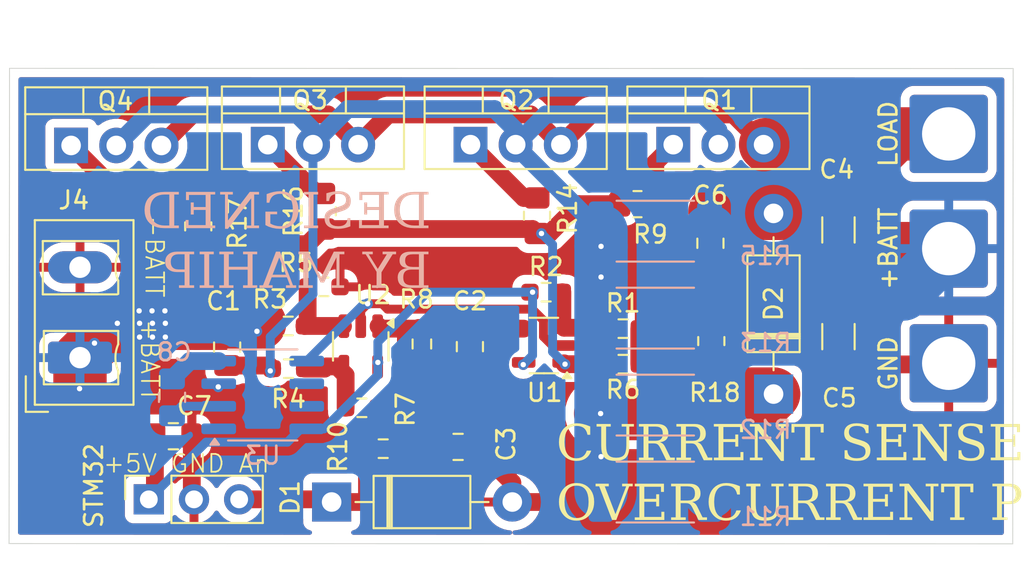
<source format=kicad_pcb>
(kicad_pcb (version 20240108) (generator "pcbnew") (generator_version "8.0")
  (layers (0 "F.Cu" signal) (31 "B.Cu" signal) (34 "B.Paste" user) (35 "F.Paste" user) (36 "B.SilkS" user "B.Silkscreen") (37 "F.SilkS" user "F.Silkscreen") (38 "B.Mask" user) (39 "F.Mask" user) (44 "Edge.Cuts" user))
  (net 0 "")
  (net 1 "+12.6V")
  (net 2 "/shunt1-")
  (net 3 "GND")
  (net 4 "/inv1")
  (net 5 "A_i1")
  (net 6 "Net-(D2-A)")
  (net 7 "Net-(C6-Pad1)")
  (net 8 "+5V")
  (net 9 "Net-(Q1-G)")
  (net 10 "Net-(Q2-G)")
  (net 11 "Net-(Q3-G)")
  (net 12 "Net-(Q4-G)")
  (net 13 "Net-(U1-+)")
  (net 14 "Net-(U2-+)")
  (net 15 "Net-(U2--)")
  (net 16 "Net-(R14-Pad1)")
  (net 17 "-5_1V")
  (net 18 "Net-(U3-CAP+)")
  (net 19 "Net-(U3-CAP-)")
  (footprint "Diode_THT:D_DO-41_SOD81_P10.16mm_Horizontal" (layer "F.Cu") (at 195.05 81.58 90)
    (property "Reference" "D2" (at 5.08 0 90) (layer "F.SilkS"))
    (property "Value" "1N4007")
    (fp_line (start 7.8 -1.47) (end 2.36 -1.47) (stroke (width 0.12)) (layer "F.SilkS"))
    (fp_line (start 3.38 -1.47) (end 3.38 1.47) (stroke (width 0.12)) (layer "F.SilkS"))
    (fp_line (start 3.26 -1.47) (end 3.26 1.47) (stroke (width 0.12)) (layer "F.SilkS"))
    (fp_line (start 3.14 -1.47) (end 3.14 1.47) (stroke (width 0.12)) (layer "F.SilkS"))
    (fp_line (start 2.36 -1.47) (end 2.36 1.47) (stroke (width 0.12)) (layer "F.SilkS"))
    (fp_line (start 8.82 0) (end 7.8 0) (stroke (width 0.12)) (layer "F.SilkS"))
    (fp_line (start 1.34 0) (end 2.36 0) (stroke (width 0.12)) (layer "F.SilkS"))
    (fp_line (start 7.8 1.47) (end 7.8 -1.47) (stroke (width 0.12)) (layer "F.SilkS"))
    (fp_line (start 2.36 1.47) (end 7.8 1.47) (stroke (width 0.12)) (layer "F.SilkS"))
    (pad "1" thru_hole rect (at 0 0 90) (size 2.2 2.2) (drill 1.1) (layers "*.Cu" "*.Mask") (net 2 "/shunt1-"))
    (pad "2" thru_hole oval (at 10.16 0 90) (size 2.2 2.2) (drill 1.1) (layers "*.Cu" "*.Mask") (net 6 "Net-(D2-A)"))
  )
  (footprint "Resistor_SMD:R_0603_1608Metric_Pad0.98x0.95mm_HandSolder" (layer "F.Cu") (at 186.5875 79.9 180)
    (property "Reference" "R6" (at 0 -1.43 0) (layer "F.SilkS"))
    (property "Value" "1k")
    (fp_line (start -0.254724 0.5225) (end 0.254724 0.5225) (stroke (width 0.12)) (layer "F.SilkS"))
    (fp_line (start -0.254724 -0.5225) (end 0.254724 -0.5225) (stroke (width 0.12)) (layer "F.SilkS"))
    (pad "1" smd roundrect (at -0.9125 0 180) (size 0.975 0.95) (layers "F.Cu" "F.Paste" "F.Mask") (net 3 "GND"))
    (pad "2" smd roundrect (at 0.9125 0 180) (size 0.975 0.95) (layers "F.Cu" "F.Paste" "F.Mask") (net 16 "Net-(R14-Pad1)"))
  )
  (footprint "Resistor_SMD:R_0603_1608Metric_Pad0.98x0.95mm_HandSolder" (layer "F.Cu") (at 186.5875 77.9)
    (property "Reference" "R1" (at 0 -1.43 0) (layer "F.SilkS"))
    (property "Value" "7.5k")
    (fp_line (start -0.254724 -0.5225) (end 0.254724 -0.5225) (stroke (width 0.12)) (layer "F.SilkS"))
    (fp_line (start -0.254724 0.5225) (end 0.254724 0.5225) (stroke (width 0.12)) (layer "F.SilkS"))
    (pad "1" smd roundrect (at -0.9125 0) (size 0.975 0.95) (layers "F.Cu" "F.Paste" "F.Mask") (net 13 "Net-(U1-+)"))
    (pad "2" smd roundrect (at 0.9125 0) (size 0.975 0.95) (layers "F.Cu" "F.Paste" "F.Mask") (net 3 "GND"))
  )
  (footprint "Capacitor_SMD:C_1206_3216Metric_Pad1.33x1.80mm_HandSolder" (layer "F.Cu") (at 198.7 78.35 -90)
    (property "Reference" "C5" (at 3.45 -0.05 180) (layer "F.SilkS"))
    (property "Value" "10u")
    (fp_line (start -0.711252 0.91) (end 0.711252 0.91) (stroke (width 0.12)) (layer "F.SilkS"))
    (fp_line (start -0.711252 -0.91) (end 0.711252 -0.91) (stroke (width 0.12)) (layer "F.SilkS"))
    (pad "1" smd roundrect (at -1.5625 0 270) (size 1.325 1.8) (layers "F.Cu" "F.Paste" "F.Mask") (roundrect_rratio 0.188679) (net 1 "+12.6V"))
    (pad "2" smd roundrect (at 1.5625 0 270) (size 1.325 1.8) (layers "F.Cu" "F.Paste" "F.Mask") (roundrect_rratio 0.188679) (net 3 "GND"))
  )
  (footprint "Resistor_SMD:R_0805_2012Metric_Pad1.20x1.40mm_HandSolder" (layer "F.Cu") (at 191.55 78.6 90)
    (property "Reference" "R18" (at -2.9 0.2 180) (layer "F.SilkS"))
    (property "Value" "100")
    (fp_line (start -0.227064 -0.735) (end 0.227064 -0.735) (stroke (width 0.12)) (layer "F.SilkS"))
    (fp_line (start -0.227064 0.735) (end 0.227064 0.735) (stroke (width 0.12)) (layer "F.SilkS"))
    (pad "1" smd roundrect (at -1 0 90) (size 1.2 1.4) (layers "F.Cu" "F.Paste" "F.Mask") (roundrect_rratio 0.208333) (net 2 "/shunt1-"))
    (pad "2" smd roundrect (at 1 0 90) (size 1.2 1.4) (layers "F.Cu" "F.Paste" "F.Mask") (roundrect_rratio 0.208333) (net 7 "Net-(C6-Pad1)"))
  )
  (footprint "Capacitor_SMD:C_0805_2012Metric_Pad1.18x1.45mm_HandSolder" (layer "F.Cu") (at 164.325 78.9375 -90)
    (property "Reference" "C1" (at -2.5875 0.2 180) (layer "F.SilkS"))
    (property "Value" "100n")
    (fp_line (start -0.261252 0.735) (end 0.261252 0.735) (stroke (width 0.12)) (layer "F.SilkS"))
    (fp_line (start -0.261252 -0.735) (end 0.261252 -0.735) (stroke (width 0.12)) (layer "F.SilkS"))
    (pad "1" smd roundrect (at -1.0375 0 270) (size 1.175 1.45) (layers "F.Cu" "F.Paste" "F.Mask") (roundrect_rratio 0.212766) (net 1 "+12.6V"))
    (pad "2" smd roundrect (at 1.0375 0 270) (size 1.175 1.45) (layers "F.Cu" "F.Paste" "F.Mask") (roundrect_rratio 0.212766) (net 2 "/shunt1-"))
  )
  (footprint "Package_TO_SOT_THT:TO-220-3_Vertical" (layer "F.Cu") (at 166.61 67.555)
    (property "Reference" "Q3" (at 2.38 -2.5 0) (layer "F.SilkS"))
    (property "Value" "IRLZ44N")
    (fp_line (start -2.58 -3.27) (end -2.58 1.371) (stroke (width 0.12)) (layer "F.SilkS"))
    (fp_line (start -2.58 -3.27) (end 7.66 -3.27) (stroke (width 0.12)) (layer "F.SilkS"))
    (fp_line (start -2.58 -1.76) (end 7.66 -1.76) (stroke (width 0.12)) (layer "F.SilkS"))
    (fp_line (start -2.58 1.371) (end 7.66 1.371) (stroke (width 0.12)) (layer "F.SilkS"))
    (fp_line (start 0.69 -3.27) (end 0.69 -1.76) (stroke (width 0.12)) (layer "F.SilkS"))
    (fp_line (start 4.391 -3.27) (end 4.391 -1.76) (stroke (width 0.12)) (layer "F.SilkS"))
    (fp_line (start 7.66 -3.27) (end 7.66 1.371) (stroke (width 0.12)) (layer "F.SilkS"))
    (pad "1" thru_hole rect (at 0 0) (size 1.905 2) (drill 1.1) (layers "*.Cu" "*.Mask") (net 11 "Net-(Q3-G)"))
    (pad "2" thru_hole oval (at 2.54 0) (size 1.905 2) (drill 1.1) (layers "*.Cu" "*.Mask") (net 2 "/shunt1-"))
    (pad "3" thru_hole oval (at 5.08 0) (size 1.905 2) (drill 1.1) (layers "*.Cu" "*.Mask") (net 6 "Net-(D2-A)"))
  )
  (footprint "Connector_Wire:SolderWire-2.5sqmm_1x01_D2.4mm_OD4.4mm" (layer "F.Cu") (at 204.9 66.95 90)
    (property "Reference" "LOAD" (at 0 -3.4 90) (layer "F.SilkS"))
    (property "Value" "Conn_01x01_Socket")
    (pad "1" thru_hole roundrect (at 0 0 90) (size 4.4 4.4) (drill 3) (layers "*.Cu" "*.Mask") (roundrect_rratio 0.056818) (net 6 "Net-(D2-A)"))
  )
  (footprint "Resistor_SMD:R_0603_1608Metric_Pad0.98x0.95mm_HandSolder" (layer "F.Cu") (at 173.1 84.65)
    (property "Reference" "R10" (at -2.55 -0.1 90) (layer "F.SilkS"))
    (property "Value" "1k")
    (fp_line (start -0.254724 -0.5225) (end 0.254724 -0.5225) (stroke (width 0.12)) (layer "F.SilkS"))
    (fp_line (start -0.254724 0.5225) (end 0.254724 0.5225) (stroke (width 0.12)) (layer "F.SilkS"))
    (pad "1" smd roundrect (at -0.9125 0) (size 0.975 0.95) (layers "F.Cu" "F.Paste" "F.Mask") (net 5 "A_i1"))
    (pad "2" smd roundrect (at 0.9125 0) (size 0.975 0.95) (layers "F.Cu" "F.Paste" "F.Mask") (net 4 "/inv1"))
  )
  (footprint "Resistor_SMD:R_0603_1608Metric_Pad0.98x0.95mm_HandSolder" (layer "F.Cu") (at 167.775 80.15)
    (property "Reference" "R4" (at 0 1.7 0) (layer "F.SilkS"))
    (property "Value" "1k")
    (fp_line (start -0.254724 -0.5225) (end 0.254724 -0.5225) (stroke (width 0.12)) (layer "F.SilkS"))
    (fp_line (start -0.254724 0.5225) (end 0.254724 0.5225) (stroke (width 0.12)) (layer "F.SilkS"))
    (pad "1" smd roundrect (at -0.9125 0) (size 0.975 0.95) (layers "F.Cu" "F.Paste" "F.Mask") (net 2 "/shunt1-"))
    (pad "2" smd roundrect (at 0.9125 0) (size 0.975 0.95) (layers "F.Cu" "F.Paste" "F.Mask") (net 15 "Net-(U2--)"))
  )
  (footprint "Diode_THT:D_DO-41_SOD81_P10.16mm_Horizontal" (layer "F.Cu") (at 170.2 87.65)
    (property "Reference" "D1" (at -2.325 -0.25 90) (layer "F.SilkS"))
    (property "Value" "1N4007")
    (fp_line (start 1.34 0) (end 2.36 0) (stroke (width 0.12)) (layer "F.SilkS"))
    (fp_line (start 2.36 -1.47) (end 2.36 1.47) (stroke (width 0.12)) (layer "F.SilkS"))
    (fp_line (start 2.36 1.47) (end 7.8 1.47) (stroke (width 0.12)) (layer "F.SilkS"))
    (fp_line (start 3.14 -1.47) (end 3.14 1.47) (stroke (width 0.12)) (layer "F.SilkS"))
    (fp_line (start 3.26 -1.47) (end 3.26 1.47) (stroke (width 0.12)) (layer "F.SilkS"))
    (fp_line (start 3.38 -1.47) (end 3.38 1.47) (stroke (width 0.12)) (layer "F.SilkS"))
    (fp_line (start 7.8 -1.47) (end 2.36 -1.47) (stroke (width 0.12)) (layer "F.SilkS"))
    (fp_line (start 7.8 1.47) (end 7.8 -1.47) (stroke (width 0.12)) (layer "F.SilkS"))
    (fp_line (start 8.82 0) (end 7.8 0) (stroke (width 0.12)) (layer "F.SilkS"))
    (pad "1" thru_hole rect (at 0 0) (size 2.2 2.2) (drill 1.1) (layers "*.Cu" "*.Mask") (net 5 "A_i1"))
    (pad "2" thru_hole oval (at 10.16 0) (size 2.2 2.2) (drill 1.1) (layers "*.Cu" "*.Mask") (net 3 "GND"))
  )
  (footprint "Resistor_SMD:R_0603_1608Metric_Pad0.98x0.95mm_HandSolder" (layer "F.Cu") (at 169.7625 75.55)
    (property "Reference" "R5" (at -1.5625 -1.35 0) (layer "F.SilkS"))
    (property "Value" "10k")
    (fp_line (start -0.254724 -0.5225) (end 0.254724 -0.5225) (stroke (width 0.12)) (layer "F.SilkS"))
    (fp_line (start -0.254724 0.5225) (end 0.254724 0.5225) (stroke (width 0.12)) (layer "F.SilkS"))
    (pad "1" smd roundrect (at -0.9125 0) (size 0.975 0.95) (layers "F.Cu" "F.Paste" "F.Mask") (net 14 "Net-(U2-+)"))
    (pad "2" smd roundrect (at 0.9125 0) (size 0.975 0.95) (layers "F.Cu" "F.Paste" "F.Mask") (net 3 "GND"))
  )
  (footprint "Capacitor_SMD:C_0805_2012Metric_Pad1.18x1.45mm_HandSolder" (layer "F.Cu") (at 191.5 73.1 90)
    (property "Reference" "C6" (at 2.7 0 180) (layer "F.SilkS"))
    (property "Value" "1u")
    (fp_line (start -0.261252 -0.735) (end 0.261252 -0.735) (stroke (width 0.12)) (layer "F.SilkS"))
    (fp_line (start -0.261252 0.735) (end 0.261252 0.735) (stroke (width 0.12)) (layer "F.SilkS"))
    (pad "1" smd roundrect (at -1.0375 0 90) (size 1.175 1.45) (layers "F.Cu" "F.Paste" "F.Mask") (roundrect_rratio 0.212766) (net 7 "Net-(C6-Pad1)"))
    (pad "2" smd roundrect (at 1.0375 0 90) (size 1.175 1.45) (layers "F.Cu" "F.Paste" "F.Mask") (roundrect_rratio 0.212766) (net 6 "Net-(D2-A)"))
  )
  (footprint "Package_TO_SOT_THT:TO-220-3_Vertical" (layer "F.Cu") (at 189.41 67.555)
    (property "Reference" "Q1" (at 2.58 -2.5 0) (layer "F.SilkS"))
    (property "Value" "IRLZ44N")
    (fp_line (start -2.58 -3.27) (end -2.58 1.371) (stroke (width 0.12)) (layer "F.SilkS"))
    (fp_line (start -2.58 -3.27) (end 7.66 -3.27) (stroke (width 0.12)) (layer "F.SilkS"))
    (fp_line (start -2.58 -1.76) (end 7.66 -1.76) (stroke (width 0.12)) (layer "F.SilkS"))
    (fp_line (start -2.58 1.371) (end 7.66 1.371) (stroke (width 0.12)) (layer "F.SilkS"))
    (fp_line (start 0.69 -3.27) (end 0.69 -1.76) (stroke (width 0.12)) (layer "F.SilkS"))
    (fp_line (start 4.391 -3.27) (end 4.391 -1.76) (stroke (width 0.12)) (layer "F.SilkS"))
    (fp_line (start 7.66 -3.27) (end 7.66 1.371) (stroke (width 0.12)) (layer "F.SilkS"))
    (pad "1" thru_hole rect (at 0 0) (size 1.905 2) (drill 1.1) (layers "*.Cu" "*.Mask") (net 9 "Net-(Q1-G)"))
    (pad "2" thru_hole oval (at 2.54 0) (size 1.905 2) (drill 1.1) (layers "*.Cu" "*.Mask") (net 2 "/shunt1-"))
    (pad "3" thru_hole oval (at 5.08 0) (size 1.905 2) (drill 1.1) (layers "*.Cu" "*.Mask") (net 6 "Net-(D2-A)"))
  )
  (footprint "Resistor_SMD:R_0805_2012Metric_Pad1.20x1.40mm_HandSolder" (layer "F.Cu") (at 169.7 71.3 90)
    (property "Reference" "R16" (at 0 -1.65 90) (layer "F.SilkS"))
    (property "Value" "10")
    (fp_line (start -0.227064 -0.735) (end 0.227064 -0.735) (stroke (width 0.12)) (layer "F.SilkS"))
    (fp_line (start -0.227064 0.735) (end 0.227064 0.735) (stroke (width 0.12)) (layer "F.SilkS"))
    (pad "1" smd roundrect (at -1 0 90) (size 1.2 1.4) (layers "F.Cu" "F.Paste" "F.Mask") (roundrect_rratio 0.208333) (net 16 "Net-(R14-Pad1)"))
    (pad "2" smd roundrect (at 1 0 90) (size 1.2 1.4) (layers "F.Cu" "F.Paste" "F.Mask") (roundrect_rratio 0.208333) (net 11 "Net-(Q3-G)"))
  )
  (footprint "Package_TO_SOT_THT:TO-220-3_Vertical" (layer "F.Cu") (at 178.01 67.555)
    (property "Reference" "Q2" (at 2.58 -2.5 0) (layer "F.SilkS"))
    (property "Value" "IRLZ44N")
    (fp_line (start -2.58 -3.27) (end -2.58 1.371) (stroke (width 0.12)) (layer "F.SilkS"))
    (fp_line (start -2.58 -3.27) (end 7.66 -3.27) (stroke (width 0.12)) (layer "F.SilkS"))
    (fp_line (start -2.58 -1.76) (end 7.66 -1.76) (stroke (width 0.12)) (layer "F.SilkS"))
    (fp_line (start -2.58 1.371) (end 7.66 1.371) (stroke (width 0.12)) (layer "F.SilkS"))
    (fp_line (start 0.69 -3.27) (end 0.69 -1.76) (stroke (width 0.12)) (layer "F.SilkS"))
    (fp_line (start 4.391 -3.27) (end 4.391 -1.76) (stroke (width 0.12)) (layer "F.SilkS"))
    (fp_line (start 7.66 -3.27) (end 7.66 1.371) (stroke (width 0.12)) (layer "F.SilkS"))
    (pad "1" thru_hole rect (at 0 0) (size 1.905 2) (drill 1.1) (layers "*.Cu" "*.Mask") (net 10 "Net-(Q2-G)"))
    (pad "2" thru_hole oval (at 2.54 0) (size 1.905 2) (drill 1.1) (layers "*.Cu" "*.Mask") (net 2 "/shunt1-"))
    (pad "3" thru_hole oval (at 5.08 0) (size 1.905 2) (drill 1.1) (layers "*.Cu" "*.Mask") (net 6 "Net-(D2-A)"))
  )
  (footprint "Package_TO_SOT_SMD:SOT-23-5" (layer "F.Cu") (at 182.1375 78.85 180)
    (property "Reference" "U1" (at -0.0375 -2.65 0) (layer "F.SilkS"))
    (property "Value" "OPA333xxDBV")
    (fp_line (start 0 1.56) (end 0.8 1.56) (stroke (width 0.12)) (layer "F.SilkS"))
    (fp_line (start 0 1.56) (end -0.8 1.56) (stroke (width 0.12)) (layer "F.SilkS"))
    (fp_line (start 0 -1.56) (end 0.8 -1.56) (stroke (width 0.12)) (layer "F.SilkS"))
    (fp_line (start 0 -1.56) (end -0.8 -1.56) (stroke (width 0.12)) (layer "F.SilkS"))
    (fp_poly (pts (xy -1.3 -1.51) (xy -1.54 -1.84) (xy -1.06 -1.84) (xy -1.3 -1.51)) (stroke (width 0.12)) (fill solid) (layer "F.SilkS"))
    (pad "1" smd roundrect (at -1.1375 -0.95 180) (size 1.325 0.6) (layers "F.Cu" "F.Paste" "F.Mask") (net 16 "Net-(R14-Pad1)"))
    (pad "2" smd roundrect (at -1.1375 0 180) (size 1.325 0.6) (layers "F.Cu" "F.Paste" "F.Mask") (net 17 "-5_1V"))
    (pad "3" smd roundrect (at -1.1375 0.95 180) (size 1.325 0.6) (layers "F.Cu" "F.Paste" "F.Mask") (net 13 "Net-(U1-+)"))
    (pad "4" smd roundrect (at 1.1375 0.95 180) (size 1.325 0.6) (layers "F.Cu" "F.Paste" "F.Mask") (net 4 "/inv1"))
    (pad "5" smd roundrect (at 1.1375 -0.95 180) (size 1.325 0.6) (layers "F.Cu" "F.Paste" "F.Mask") (net 8 "+5V"))
  )
  (footprint "Package_TO_SOT_THT:TO-220-3_Vertical" (layer "F.Cu") (at 155.55 67.6)
    (property "Reference" "Q4" (at 2.49 -2.495 0) (layer "F.SilkS"))
    (property "Value" "IRLZ44N")
    (fp_line (start -2.58 -3.27) (end -2.58 1.371) (stroke (width 0.12)) (layer "F.SilkS"))
    (fp_line (start -2.58 -3.27) (end 7.66 -3.27) (stroke (width 0.12)) (layer "F.SilkS"))
    (fp_line (start -2.58 -1.76) (end 7.66 -1.76) (stroke (width 0.12)) (layer "F.SilkS"))
    (fp_line (start -2.58 1.371) (end 7.66 1.371) (stroke (width 0.12)) (layer "F.SilkS"))
    (fp_line (start 0.69 -3.27) (end 0.69 -1.76) (stroke (width 0.12)) (layer "F.SilkS"))
    (fp_line (start 4.391 -3.27) (end 4.391 -1.76) (stroke (width 0.12)) (layer "F.SilkS"))
    (fp_line (start 7.66 -3.27) (end 7.66 1.371) (stroke (width 0.12)) (layer "F.SilkS"))
    (pad "1" thru_hole rect (at 0 0) (size 1.905 2) (drill 1.1) (layers "*.Cu" "*.Mask") (net 12 "Net-(Q4-G)"))
    (pad "2" thru_hole oval (at 2.54 0) (size 1.905 2) (drill 1.1) (layers "*.Cu" "*.Mask") (net 2 "/shunt1-"))
    (pad "3" thru_hole oval (at 5.08 0) (size 1.905 2) (drill 1.1) (layers "*.Cu" "*.Mask") (net 6 "Net-(D2-A)"))
  )
  (footprint "Connector_Wire:SolderWire-2.5sqmm_1x01_D2.4mm_OD4.4mm" (layer "F.Cu") (at 204.9 79.85 90)
    (property "Reference" "GND" (at 0 -3.4 90) (layer "F.SilkS"))
    (property "Value" "Conn_01x01_Socket")
    (pad "1" thru_hole roundrect (at 0 0 90) (size 4.4 4.4) (drill 3) (layers "*.Cu" "*.Mask") (roundrect_rratio 0.056818) (net 3 "GND"))
  )
  (footprint "Capacitor_SMD:C_0805_2012Metric_Pad1.18x1.45mm_HandSolder" (layer "F.Cu") (at 177.3125 84.55)
    (property "Reference" "C3" (at 2.7 -0.15 90) (layer "F.SilkS"))
    (property "Value" "100n")
    (fp_line (start -0.261252 -0.735) (end 0.261252 -0.735) (stroke (width 0.12)) (layer "F.SilkS"))
    (fp_line (start -0.261252 0.735) (end 0.261252 0.735) (stroke (width 0.12)) (layer "F.SilkS"))
    (pad "1" smd roundrect (at -1.0375 0) (size 1.175 1.45) (layers "F.Cu" "F.Paste" "F.Mask") (roundrect_rratio 0.212766) (net 5 "A_i1"))
    (pad "2" smd roundrect (at 1.0375 0) (size 1.175 1.45) (layers "F.Cu" "F.Paste" "F.Mask") (roundrect_rratio 0.212766) (net 3 "GND"))
  )
  (footprint "Connector_PinSocket_2.54mm:PinSocket_1x03_P2.54mm_Vertical" (layer "F.Cu") (at 159.92 87.5 90)
    (property "Reference" "STM32" (at 0.775 -3.095 90) (layer "F.SilkS"))
    (property "Value" "STM32")
    (fp_line (start 1.33 -1.33) (end 1.33 0) (stroke (width 0.12)) (layer "F.SilkS"))
    (fp_line (start 0 -1.33) (end 1.33 -1.33) (stroke (width 0.12)) (layer "F.SilkS"))
    (fp_line (start 1.33 1.27) (end 1.33 6.41) (stroke (width 0.12)) (layer "F.SilkS"))
    (fp_line (start -1.33 1.27) (end 1.33 1.27) (stroke (width 0.12)) (layer "F.SilkS"))
    (fp_line (start -1.33 1.27) (end -1.33 6.41) (stroke (width 0.12)) (layer "F.SilkS"))
    (fp_line (start -1.33 6.41) (end 1.33 6.41) (stroke (width 0.12)) (layer "F.SilkS"))
    (pad "1" thru_hole rect (at 0 0 90) (size 1.7 1.7) (drill 1) (layers "*.Cu" "*.Mask") (net 8 "+5V"))
    (pad "2" thru_hole oval (at 0 2.54 90) (size 1.7 1.7) (drill 1) (layers "*.Cu" "*.Mask") (net 3 "GND"))
    (pad "3" thru_hole oval (at 0 5.08 90) (size 1.7 1.7) (drill 1) (layers "*.Cu" "*.Mask") (net 5 "A_i1"))
  )
  (footprint "Resistor_SMD:R_0805_2012Metric_Pad1.20x1.40mm_HandSolder" (layer "F.Cu") (at 162.7 72.15 90)
    (property "Reference" "R17" (at 0.15 2.2 -90) (layer "F.SilkS"))
    (property "Value" "10")
    (fp_line (start -0.227064 -0.735) (end 0.227064 -0.735) (stroke (width 0.12)) (layer "F.SilkS"))
    (fp_line (start -0.227064 0.735) (end 0.227064 0.735) (stroke (width 0.12)) (layer "F.SilkS"))
    (pad "1" smd roundrect (at -1 0 90) (size 1.2 1.4) (layers "F.Cu" "F.Paste" "F.Mask") (roundrect_rratio 0.208333) (net 16 "Net-(R14-Pad1)"))
    (pad "2" smd roundrect (at 1 0 90) (size 1.2 1.4) (layers "F.Cu" "F.Paste" "F.Mask") (roundrect_rratio 0.208333) (net 12 "Net-(Q4-G)"))
  )
  (footprint "Capacitor_SMD:C_0805_2012Metric_Pad1.18x1.45mm_HandSolder" (layer "F.Cu") (at 177.975 78.9125 -90)
    (property "Reference" "C2" (at -2.5625 0 180) (layer "F.SilkS"))
    (property "Value" "100n")
    (fp_line (start -0.261252 0.735) (end 0.261252 0.735) (stroke (width 0.12)) (layer "F.SilkS"))
    (fp_line (start -0.261252 -0.735) (end 0.261252 -0.735) (stroke (width 0.12)) (layer "F.SilkS"))
    (pad "1" smd roundrect (at -1.0375 0 270) (size 1.175 1.45) (layers "F.Cu" "F.Paste" "F.Mask") (roundrect_rratio 0.212766) (net 4 "/inv1"))
    (pad "2" smd roundrect (at 1.0375 0 270) (size 1.175 1.45) (layers "F.Cu" "F.Paste" "F.Mask") (roundrect_rratio 0.212766) (net 3 "GND"))
  )
  (footprint "Connector_Wire:SolderWire-2.5sqmm_1x01_D2.4mm_OD4.4mm" (layer "F.Cu") (at 204.9 73.4 90)
    (property "Reference" "+BATT" (at 0 -3.4 90) (layer "F.SilkS"))
    (property "Value" "Conn_01x01_Socket")
    (pad "1" thru_hole roundrect (at 0 0 90) (size 4.4 4.4) (drill 3) (layers "*.Cu" "*.Mask") (roundrect_rratio 0.056818) (net 1 "+12.6V"))
  )
  (footprint "Resistor_SMD:R_0603_1608Metric_Pad0.98x0.95mm_HandSolder" (layer "F.Cu") (at 167.7625 77.75)
    (property "Reference" "R3" (at -1.0375 -1.5 0) (layer "F.SilkS"))
    (property "Value" "1k")
    (fp_line (start -0.254724 -0.5225) (end 0.254724 -0.5225) (stroke (width 0.12)) (layer "F.SilkS"))
    (fp_line (start -0.254724 0.5225) (end 0.254724 0.5225) (stroke (width 0.12)) (layer "F.SilkS"))
    (pad "1" smd roundrect (at -0.9125 0) (size 0.975 0.95) (layers "F.Cu" "F.Paste" "F.Mask") (net 1 "+12.6V"))
    (pad "2" smd roundrect (at 0.9125 0) (size 0.975 0.95) (layers "F.Cu" "F.Paste" "F.Mask") (net 14 "Net-(U2-+)"))
  )
  (footprint "Resistor_SMD:R_0603_1608Metric_Pad0.98x0.95mm_HandSolder" (layer "F.Cu") (at 182.2625 75.85)
    (property "Reference" "R2" (at 0 -1.43 0) (layer "F.SilkS"))
    (property "Value" "20k")
    (fp_line (start -0.254724 -0.5225) (end 0.254724 -0.5225) (stroke (width 0.12)) (layer "F.SilkS"))
    (fp_line (start -0.254724 0.5225) (end 0.254724 0.5225) (stroke (width 0.12)) (layer "F.SilkS"))
    (pad "1" smd roundrect (at -0.9125 0) (size 0.975 0.95) (layers "F.Cu" "F.Paste" "F.Mask") (net 8 "+5V"))
    (pad "2" smd roundrect (at 0.9125 0) (size 0.975 0.95) (layers "F.Cu" "F.Paste" "F.Mask") (net 13 "Net-(U1-+)"))
  )
  (footprint "Capacitor_SMD:C_0805_2012Metric_Pad1.18x1.45mm_HandSolder" (layer "F.Cu") (at 161.3 83.95)
    (property "Reference" "C7" (at 1.175 -1.7 180) (layer "F.SilkS"))
    (property "Value" "1u")
    (fp_line (start -0.261252 -0.735) (end 0.261252 -0.735) (stroke (width 0.12)) (layer "F.SilkS"))
    (fp_line (start -0.261252 0.735) (end 0.261252 0.735) (stroke (width 0.12)) (layer "F.SilkS"))
    (pad "1" smd roundrect (at -1.0375 0) (size 1.175 1.45) (layers "F.Cu" "F.Paste" "F.Mask") (roundrect_rratio 0.212766) (net 8 "+5V"))
    (pad "2" smd roundrect (at 1.0375 0) (size 1.175 1.45) (layers "F.Cu" "F.Paste" "F.Mask") (roundrect_rratio 0.212766) (net 3 "GND"))
  )
  (footprint "Resistor_SMD:R_0805_2012Metric_Pad1.20x1.40mm_HandSolder" (layer "F.Cu") (at 181.75 71.55 90)
    (property "Reference" "R14" (at 0.4 1.725 -90) (layer "F.SilkS"))
    (property "Value" "10")
    (fp_line (start -0.227064 -0.735) (end 0.227064 -0.735) (stroke (width 0.12)) (layer "F.SilkS"))
    (fp_line (start -0.227064 0.735) (end 0.227064 0.735) (stroke (width 0.12)) (layer "F.SilkS"))
    (pad "1" smd roundrect (at -1 0 90) (size 1.2 1.4) (layers "F.Cu" "F.Paste" "F.Mask") (roundrect_rratio 0.208333) (net 16 "Net-(R14-Pad1)"))
    (pad "2" smd roundrect (at 1 0 90) (size 1.2 1.4) (layers "F.Cu" "F.Paste" "F.Mask") (roundrect_rratio 0.208333) (net 10 "Net-(Q2-G)"))
  )
  (footprint "Capacitor_SMD:C_1206_3216Metric_Pad1.33x1.80mm_HandSolder" (layer "F.Cu") (at 198.7 72.35 -90)
    (property "Reference" "C4" (at -3.4 0.1 180) (layer "F.SilkS"))
    (property "Value" "10u")
    (fp_line (start -0.711252 0.91) (end 0.711252 0.91) (stroke (width 0.12)) (layer "F.SilkS"))
    (fp_line (start -0.711252 -0.91) (end 0.711252 -0.91) (stroke (width 0.12)) (layer "F.SilkS"))
    (pad "1" smd roundrect (at -1.5625 0 270) (size 1.325 1.8) (layers "F.Cu" "F.Paste" "F.Mask") (roundrect_rratio 0.188679) (net 6 "Net-(D2-A)"))
    (pad "2" smd roundrect (at 1.5625 0 270) (size 1.325 1.8) (layers "F.Cu" "F.Paste" "F.Mask") (roundrect_rratio 0.188679) (net 1 "+12.6V"))
  )
  (footprint "Package_TO_SOT_SMD:SOT-23-5" (layer "F.Cu") (at 171.8375 78.9 -90)
    (property "Reference" "U2" (at -2.9 -0.6875 180) (layer "F.SilkS"))
    (property "Value" "OPA333xxDBV")
    (fp_line (start 0 1.56) (end -0.8 1.56) (stroke (width 0.12)) (layer "F.SilkS"))
    (fp_line (start 0 1.56) (end 0.8 1.56) (stroke (width 0.12)) (layer "F.SilkS"))
    (fp_line (start 0 -1.56) (end -0.8 -1.56) (stroke (width 0.12)) (layer "F.SilkS"))
    (fp_line (start 0 -1.56) (end 0.8 -1.56) (stroke (width 0.12)) (layer "F.SilkS"))
    (fp_poly (pts (xy -1.3 -1.51) (xy -1.54 -1.84) (xy -1.06 -1.84) (xy -1.3 -1.51)) (stroke (width 0.12)) (fill solid) (layer "F.SilkS"))
    (pad "1" smd roundrect (at -1.1375 -0.95 270) (size 1.325 0.6) (layers "F.Cu" "F.Paste" "F.Mask") (net 4 "/inv1"))
    (pad "2" smd roundrect (at -1.1375 0 270) (size 1.325 0.6) (layers "F.Cu" "F.Paste" "F.Mask") (net 17 "-5_1V"))
    (pad "3" smd roundrect (at -1.1375 0.95 270) (size 1.325 0.6) (layers "F.Cu" "F.Paste" "F.Mask") (net 14 "Net-(U2-+)"))
    (pad "4" smd roundrect (at 1.1375 0.95 270) (size 1.325 0.6) (layers "F.Cu" "F.Paste" "F.Mask") (net 15 "Net-(U2--)"))
    (pad "5" smd roundrect (at 1.1375 -0.95 270) (size 1.325 0.6) (layers "F.Cu" "F.Paste" "F.Mask") (net 8 "+5V"))
  )
  (footprint "Resistor_SMD:R_0805_2012Metric_Pad1.20x1.40mm_HandSolder" (layer "F.Cu") (at 187.4 70.9)
    (property "Reference" "R9" (at 0.725 1.7 180) (layer "F.SilkS"))
    (property "Value" "10")
    (fp_line (start -0.227064 -0.735) (end 0.227064 -0.735) (stroke (width 0.12)) (layer "F.SilkS"))
    (fp_line (start -0.227064 0.735) (end 0.227064 0.735) (stroke (width 0.12)) (layer "F.SilkS"))
    (pad "1" smd roundrect (at -1 0) (size 1.2 1.4) (layers "F.Cu" "F.Paste" "F.Mask") (roundrect_rratio 0.208333) (net 16 "Net-(R14-Pad1)"))
    (pad "2" smd roundrect (at 1 0) (size 1.2 1.4) (layers "F.Cu" "F.Paste" "F.Mask") (roundrect_rratio 0.208333) (net 9 "Net-(Q1-G)"))
  )
  (footprint "Resistor_SMD:R_0603_1608Metric_Pad0.98x0.95mm_HandSolder" (layer "F.Cu") (at 171.9 82.35)
    (property "Reference" "R7" (at 2.45 0.1 90) (layer "F.SilkS"))
    (property "Value" "10k")
    (fp_line (start -0.254724 -0.5225) (end 0.254724 -0.5225) (stroke (width 0.12)) (layer "F.SilkS"))
    (fp_line (start -0.254724 0.5225) (end 0.254724 0.5225) (stroke (width 0.12)) (layer "F.SilkS"))
    (pad "1" smd roundrect (at -0.9125 0) (size 0.975 0.95) (layers "F.Cu" "F.Paste" "F.Mask") (net 15 "Net-(U2--)"))
    (pad "2" smd roundrect (at 0.9125 0) (size 0.975 0.95) (layers "F.Cu" "F.Paste" "F.Mask") (net 4 "/inv1"))
  )
  (footprint "Resistor_SMD:R_0603_1608Metric_Pad0.98x0.95mm_HandSolder" (layer "F.Cu") (at 175.275 78.7625 90)
    (property "Reference" "R8" (at 2.5125 -0.3 180) (layer "F.SilkS"))
    (property "Value" "1k")
    (fp_line (start -0.254724 -0.5225) (end 0.254724 -0.5225) (stroke (width 0.12)) (layer "F.SilkS"))
    (fp_line (start -0.254724 0.5225) (end 0.254724 0.5225) (stroke (width 0.12)) (layer "F.SilkS"))
    (pad "1" smd roundrect (at -0.9125 0 90) (size 0.975 0.95) (layers "F.Cu" "F.Paste" "F.Mask") (net 3 "GND"))
    (pad "2" smd roundrect (at 0.9125 0 90) (size 0.975 0.95) (layers "F.Cu" "F.Paste" "F.Mask") (net 4 "/inv1"))
  )
  (footprint "Connector_Phoenix_MC_HighVoltage:PhoenixContact_MCV_1,5_2-G-5.08_1x02_P5.08mm_Vertical" (layer "F.Cu") (at 156.05 79.53 90)
    (property "Reference" "J4" (at 8.85 -0.35 0) (layer "F.SilkS"))
    (property "Value" "DischargePlug")
    (fp_line (start -3.048 -3.048) (end -1.048 -3.048) (stroke (width 0.12)) (layer "F.SilkS"))
    (fp_line (start 7.73 -2.54) (end -2.65 -2.54) (stroke (width 0.12)) (layer "F.SilkS"))
    (fp_line (start -2.65 -2.54) (end -2.65 3.01) (stroke (width 0.12)) (layer "F.SilkS"))
    (fp_line (start 6.556 -2.091) (end 6.556 2.091) (stroke (width 0.12)) (layer "F.SilkS"))
    (fp_line (start 3.556 -2.091) (end 6.556 -2.091) (stroke (width 0.12)) (layer "F.SilkS"))
    (fp_line (start 1.5 -2.032) (end 1.5 2.15) (stroke (width 0.12)) (layer "F.SilkS"))
    (fp_line (start -1.5 -2.032) (end 1.5 -2.032) (stroke (width 0.12)) (layer "F.SilkS"))
    (fp_line (start -3.048 -1.798) (end -3.048 -3.048) (stroke (width 0.12)) (layer "F.SilkS"))
    (fp_line (start 3.556 2.091) (end 3.556 -2.091) (stroke (width 0.12)) (layer "F.SilkS"))
    (fp_line (start 6.58 2.15) (end 5.83 2.15) (stroke (width 0.12)) (layer "F.SilkS"))
    (fp_line (start 4.33 2.15) (end 3.58 2.15) (stroke (width 0.12)) (layer "F.SilkS"))
    (fp_line (start 1.5 2.15) (end 0.75 2.15) (stroke (width 0.12)) (layer "F.SilkS"))
    (fp_line (start -0.75 2.15) (end -1.5 2.15) (stroke (width 0.12)) (layer "F.SilkS"))
    (fp_line (start -1.5 2.15) (end -1.5 -2.032) (stroke (width 0.12)) (layer "F.SilkS"))
    (fp_line (start 7.73 3.01) (end 7.73 -2.54) (stroke (width 0.12)) (layer "F.SilkS"))
    (fp_line (start -2.65 3.01) (end 7.73 3.01) (stroke (width 0.12)) (layer "F.SilkS"))
    (fp_arc (start 4.33 2.15) (mid 5.079807 1.99191) (end 5.829647 2.149844) (stroke (width 0.12)) (layer "F.SilkS"))
    (fp_arc (start -0.75 2.15) (mid -0.000193 1.99191) (end 0.749647 2.149844) (stroke (width 0.12)) (layer "F.SilkS"))
    (pad "1" thru_hole roundrect (at 0 0 90) (size 1.8 3.6) (drill 1.2) (layers "*.Cu" "*.Mask") (roundrect_rratio 0.138889) (net 1 "+12.6V"))
    (pad "2" thru_hole oval (at 5.08 0 90) (size 1.8 3.6) (drill 1.2) (layers "*.Cu" "*.Mask") (net 3 "GND"))
  )
  (footprint "Resistor_SMD:R_2512_6332Metric_Pad1.40x3.35mm_HandSolder" (layer "B.Cu") (at 188.4 72.42)
    (property "Reference" "R15" (at 6.2 1.385 0) (layer "B.SilkS") (effects (justify mirror)))
    (property "Value" "0.1")
    (fp_line (start 2.177064 -1.71) (end -2.177064 -1.71) (stroke (width 0.12)) (layer "B.SilkS"))
    (fp_line (start 2.177064 1.71) (end -2.177064 1.71) (stroke (width 0.12)) (layer "B.SilkS"))
    (pad "1" smd roundrect (at -3.05 0) (size 1.4 3.35) (layers "B.Cu" "B.Paste" "B.Mask") (roundrect_rratio 0.178571) (net 2 "/shunt1-"))
    (pad "2" smd roundrect (at 3.05 0) (size 1.4 3.35) (layers "B.Cu" "B.Paste" "B.Mask") (roundrect_rratio 0.178571) (net 1 "+12.6V"))
  )
  (footprint "Package_SO:SOIC-8_3.9x4.9mm_P1.27mm" (layer "B.Cu") (at 166.325 81.63)
    (property "Reference" "U3" (at 0 3.4 0) (layer "B.SilkS") (effects (justify mirror)))
    (property "Value" "ICL7660" (hide yes))
    (fp_line (start -1.95 -2.56) (end 0 -2.56) (stroke (width 0.12)) (layer "B.SilkS"))
    (fp_line (start -1.95 2.56) (end 0 2.56) (stroke (width 0.12)) (layer "B.SilkS"))
    (fp_line (start 1.95 -2.56) (end 0 -2.56) (stroke (width 0.12)) (layer "B.SilkS"))
    (fp_line (start 1.95 2.56) (end 0 2.56) (stroke (width 0.12)) (layer "B.SilkS"))
    (fp_poly (pts (xy -2.7 2.465) (xy -2.94 2.795) (xy -2.46 2.795) (xy -2.7 2.465)) (stroke (width 0.12)) (fill solid) (layer "B.SilkS"))
    (pad "1" smd roundrect (at -2.475 1.905) (size 1.95 0.6) (layers "B.Cu" "B.Paste" "B.Mask"))
    (pad "2" smd roundrect (at -2.475 0.635) (size 1.95 0.6) (layers "B.Cu" "B.Paste" "B.Mask") (net 18 "Net-(U3-CAP+)"))
    (pad "3" smd roundrect (at -2.475 -0.635) (size 1.95 0.6) (layers "B.Cu" "B.Paste" "B.Mask") (net 3 "GND"))
    (pad "4" smd roundrect (at -2.475 -1.905) (size 1.95 0.6) (layers "B.Cu" "B.Paste" "B.Mask") (net 19 "Net-(U3-CAP-)"))
    (pad "5" smd roundrect (at 2.475 -1.905) (size 1.95 0.6) (layers "B.Cu" "B.Paste" "B.Mask") (net 17 "-5_1V"))
    (pad "6" smd roundrect (at 2.475 -0.635) (size 1.95 0.6) (layers "B.Cu" "B.Paste" "B.Mask"))
    (pad "7" smd roundrect (at 2.475 0.635) (size 1.95 0.6) (layers "B.Cu" "B.Paste" "B.Mask"))
    (pad "8" smd roundrect (at 2.475 1.905) (size 1.95 0.6) (layers "B.Cu" "B.Paste" "B.Mask") (net 8 "+5V"))
  )
  (footprint "Resistor_SMD:R_2512_6332Metric_Pad1.40x3.35mm_HandSolder" (layer "B.Cu") (at 188.4 82.2)
    (property "Reference" "R12" (at 6.2 1.385 0) (layer "B.SilkS") (effects (justify mirror)))
    (property "Value" "0.1")
    (fp_line (start 2.177064 -1.71) (end -2.177064 -1.71) (stroke (width 0.12)) (layer "B.SilkS"))
    (fp_line (start 2.177064 1.71) (end -2.177064 1.71) (stroke (width 0.12)) (layer "B.SilkS"))
    (pad "1" smd roundrect (at -3.05 0) (size 1.4 3.35) (layers "B.Cu" "B.Paste" "B.Mask") (roundrect_rratio 0.178571) (net 2 "/shunt1-"))
    (pad "2" smd roundrect (at 3.05 0) (size 1.4 3.35) (layers "B.Cu" "B.Paste" "B.Mask") (roundrect_rratio 0.178571) (net 1 "+12.6V"))
  )
  (footprint "Capacitor_SMD:C_0805_2012Metric_Pad1.18x1.45mm_HandSolder" (layer "B.Cu") (at 161.225 81.7625 90)
    (property "Reference" "C8" (at 2.545 0.125 0) (layer "B.SilkS") (effects (justify mirror)))
    (property "Value" "100n" (hide yes))
    (fp_line (start 0.261252 -0.735) (end -0.261252 -0.735) (stroke (width 0.12)) (layer "B.SilkS"))
    (fp_line (start 0.261252 0.735) (end -0.261252 0.735) (stroke (width 0.12)) (layer "B.SilkS"))
    (pad "1" smd roundrect (at -1.0375 0 90) (size 1.175 1.45) (layers "B.Cu" "B.Paste" "B.Mask") (roundrect_rratio 0.212766) (net 18 "Net-(U3-CAP+)"))
    (pad "2" smd roundrect (at 1.0375 0 90) (size 1.175 1.45) (layers "B.Cu" "B.Paste" "B.Mask") (roundrect_rratio 0.212766) (net 19 "Net-(U3-CAP-)"))
  )
  (footprint "Resistor_SMD:R_2512_6332Metric_Pad1.40x3.35mm_HandSolder" (layer "B.Cu") (at 188.4 87.09)
    (property "Reference" "R11" (at 6.2 1.385 0) (layer "B.SilkS") (effects (justify mirror)))
    (property "Value" "0.01")
    (fp_line (start 2.177064 -1.71) (end -2.177064 -1.71) (stroke (width 0.12)) (layer "B.SilkS"))
    (fp_line (start 2.177064 1.71) (end -2.177064 1.71) (stroke (width 0.12)) (layer "B.SilkS"))
    (pad "1" smd roundrect (at -3.05 0) (size 1.4 3.35) (layers "B.Cu" "B.Paste" "B.Mask") (roundrect_rratio 0.178571) (net 2 "/shunt1-"))
    (pad "2" smd roundrect (at 3.05 0) (size 1.4 3.35) (layers "B.Cu" "B.Paste" "B.Mask") (roundrect_rratio 0.178571) (net 1 "+12.6V"))
  )
  (footprint "Resistor_SMD:R_2512_6332Metric_Pad1.40x3.35mm_HandSolder" (layer "B.Cu") (at 188.4 77.31)
    (property "Reference" "R13" (at 6.2 1.385 0) (layer "B.SilkS") (effects (justify mirror)))
    (property "Value" "0.01")
    (fp_line (start 2.177064 -1.71) (end -2.177064 -1.71) (stroke (width 0.12)) (layer "B.SilkS"))
    (fp_line (start 2.177064 1.71) (end -2.177064 1.71) (stroke (width 0.12)) (layer "B.SilkS"))
    (pad "1" smd roundrect (at -3.05 0) (size 1.4 3.35) (layers "B.Cu" "B.Paste" "B.Mask") (roundrect_rratio 0.178571) (net 2 "/shunt1-"))
    (pad "2" smd roundrect (at 3.05 0) (size 1.4 3.35) (layers "B.Cu" "B.Paste" "B.Mask") (roundrect_rratio 0.178571) (net 1 "+12.6V"))
  )
  (gr_line (start 152.0875 63.2625) (end 208.525 63.275) (stroke (width 0.05)) (layer "Edge.Cuts"))
  (gr_line (start 208.5 90) (end 152.0625 89.9875) (stroke (width 0.05)) (layer "Edge.Cuts"))
  (gr_line (start 152.0625 89.9875) (end 152.0875 63.2625) (stroke (width 0.05)) (layer "Edge.Cuts"))
  (gr_line (start 208.525 63.275) (end 208.5 90) (stroke (width 0.05)) (layer "Edge.Cuts"))
  (gr_text "DESIGNED\nBY MAHIP" (at 175.8 75.95 0) (layer "B.SilkS") (effects (font (size 2 2)) (justify left bottom mirror)))
  (gr_text "+BATT" (at 159.4 77.3 -90) (layer "F.SilkS") (effects (font (size 1 1) (thickness 0.1)) (justify left bottom)))
  (gr_text "-BATT" (at 159.65 71.475 270) (layer "F.SilkS") (effects (font (size 1 1) (thickness 0.1)) (justify left bottom)))
  (gr_text "CURRENT SENSE\nOVERCURRENT P" (at 182.825 89 0) (layer "F.SilkS") (effects (font (size 2 2)) (justify left bottom)))
  (gr_text "+5V GND An" (at 157.275 86.075 0) (layer "F.SilkS") (effects (font (size 1 1) (thickness 0.1)) (justify left bottom)))
  (segment (start 156.05 79.53) (end 156.05 81.25) (width 3) (layer "F.Cu") (net 1))
  (segment (start 156.865 78.715) (end 157.98 77.6) (width 3) (layer "F.Cu") (net 1))
  (segment (start 160.85 77.6) (end 161.85 77.6) (width 3) (layer "F.Cu") (net 1))
  (segment (start 158.15 77.6) (end 159.4 77.6) (width 3) (layer "F.Cu") (net 1))
  (segment (start 204.9 73.4) (end 199.2125 73.4) (width 3) (layer "F.Cu") (net 1))
  (segment (start 157.98 77.6) (end 158.15 77.6) (width 3) (layer "F.Cu") (net 1))
  (segment (start 198.7 76.7875) (end 198.7 73.9125) (width 3) (layer "F.Cu") (net 1))
  (segment (start 159.4 77.6) (end 160.125 77.6) (width 3) (layer "F.Cu") (net 1))
  (segment (start 161.85 77.6) (end 162.625 77.6) (width 3) (layer "F.Cu") (net 1))
  (segment (start 156.05 79.53) (end 156.865 78.715) (width 3) (layer "F.Cu") (net 1))
  (segment (start 162.625 77.6) (end 166.15 77.6) (width 3) (layer "F.Cu") (net 1))
  (segment (start 156.05 81.25) (end 156.025 81.275) (width 3) (layer "F.Cu") (net 1))
  (segment (start 160.125 77.6) (end 160.85 77.6) (width 3) (layer "F.Cu") (net 1))
  (segment (start 199.2125 73.4) (end 198.7 73.9125) (width 3) (layer "F.Cu") (net 1))
  (via (at 166 78.05) (size 0.6) (drill 0.3) (layers "F.Cu" "B.Cu") (net 1))
  (via (at 159.4 78.375) (size 0.6) (drill 0.3) (layers "F.Cu" "B.Cu") (net 1))
  (via (at 156.025 81.275) (size 0.6) (drill 0.3) (layers "F.Cu" "B.Cu") (net 1))
  (via (at 160.1 76.9) (size 0.6) (drill 0.3) (layers "F.Cu" "B.Cu") (net 1))
  (via (at 156.865 78.715) (size 0.6) (drill 0.3) (layers "F.Cu" "B.Cu") (net 1))
  (via (at 160.85 77.6) (size 0.6) (drill 0.3) (layers "F.Cu" "B.Cu") (net 1))
  (via (at 160.85 78.375) (size 0.6) (drill 0.3) (layers "F.Cu" "B.Cu") (net 1))
  (via (at 160.125 77.6) (size 0.6) (drill 0.3) (layers "F.Cu" "B.Cu") (net 1))
  (via (at 160.825 76.9) (size 0.6) (drill 0.3) (layers "F.Cu" "B.Cu") (net 1))
  (via (at 159.375 76.9) (size 0.6) (drill 0.3) (layers "F.Cu" "B.Cu") (net 1))
  (via (at 159.4 77.6) (size 0.6) (drill 0.3) (layers "F.Cu" "B.Cu") (net 1))
  (via (at 160.125 78.375) (size 0.6) (drill 0.3) (layers "F.Cu" "B.Cu") (net 1))
  (via (at 158.15 77.6) (size 0.6) (drill 0.3) (layers "F.Cu" "B.Cu") (net 1))
  (segment (start 192.81 75.95) (end 202.35 75.95) (width 3) (layer "B.Cu") (net 1))
  (segment (start 191.45 87.09) (end 191.45 72.42) (width 3) (layer "B.Cu") (net 1))
  (segment (start 202.35 75.95) (end 204.9 73.4) (width 3) (layer "B.Cu") (net 1))
  (segment (start 191.45 77.31) (end 192.81 75.95) (width 3) (layer "B.Cu") (net 1))
  (segment (start 195.05 81.58) (end 192.725 81.58) (width 3) (layer "F.Cu") (net 2))
  (segment (start 164.325 79.975) (end 166.6875 79.975) (width 1) (layer "F.Cu") (net 2))
  (segment (start 166.6875 79.975) (end 166.8625 80.15) (width 1) (layer "F.Cu") (net 2))
  (segment (start 192.655 81.58) (end 191.6875 80.6125) (width 3) (layer "F.Cu") (net 2))
  (segment (start 192.725 81.58) (end 192.655 81.58) (width 3) (layer "F.Cu") (net 2))
  (segment (start 191.6875 80.6125) (end 191.375 80.3) (width 3) (layer "F.Cu") (net 2))
  (segment (start 195.05 81.58) (end 193.955 82.675) (width 3) (layer "F.Cu") (net 2))
  (segment (start 193.955 82.675) (end 185.325 82.675) (width 3) (layer "F.Cu") (net 2))
  (via (at 185.325 82.675) (size 0.6) (drill 0.3) (layers "F.Cu" "B.Cu") (net 2))
  (via (at 185.35 85.1) (size 0.6) (drill 0.3) (layers "F.Cu" "B.Cu") (net 2))
  (via (at 185.35 73.275) (size 0.6) (drill 0.3) (layers "F.Cu" "B.Cu") (net 2))
  (via (at 166.75 80.275) (size 0.6) (drill 0.3) (layers "F.Cu" "B.Cu") (net 2))
  (via (at 185.35 75) (size 0.6) (drill 0.3) (layers "F.Cu" "B.Cu") (net 2))
  (segment (start 185.35 72.42) (end 185.35 73.275) (width 3) (layer "B.Cu") (net 2))
  (segment (start 179.3625 65.555) (end 180.55 66.7425) (width 1) (layer "B.Cu") (net 2))
  (segment (start 159.835 65.855) (end 158.09 67.6) (width 1) (layer "B.Cu") (net 2))
  (segment (start 191.95 66.7425) (end 191.0625 65.855) (width 1) (layer "B.Cu") (net 2))
  (segment (start 169.15 67.5075) (end 171.1025 65.555) (width 1) (layer "B.Cu") (net 2))
  (segment (start 185.35 85.1) (end 185.35 87.09) (width 3) (layer "B.Cu") (net 2))
  (segment (start 182.25 65.855) (end 180.55 67.555) (width 1) (layer "B.Cu") (net 2))
  (segment (start 185.35 73.275) (end 185.35 75) (width 3) (layer "B.Cu") (net 2))
  (segment (start 171.1025 65.555) (end 179.3625 65.555) (width 1) (layer "B.Cu") (net 2))
  (segment (start 169.15 67.555) (end 169.15 75.960661) (width 0.5) (layer "B.Cu") (net 2))
  (segment (start 169.15 66.7425) (end 168.2625 65.855) (width 1) (layer "B.Cu") (net 2))
  (segment (start 168.2625 65.855) (end 159.835 65.855) (width 1) (layer "B.Cu") (net 2))
  (segment (start 166.75 78.360661) (end 166.75 80.275) (width 0.5) (layer "B.Cu") (net 2))
  (segment (start 180.55 67.62) (end 185.35 72.42) (width 1) (layer "B.Cu") (net 2))
  (segment (start 169.15 75.960661) (end 166.75 78.360661) (width 0.5) (layer "B.Cu") (net 2))
  (segment (start 180.55 67.555) (end 180.55 67.62) (width 1) (layer "B.Cu") (net 2))
  (segment (start 180.55 66.7425) (end 180.55 67.555) (width 1) (layer "B.Cu") (net 2))
  (segment (start 169.15 67.555) (end 169.15 67.5075) (width 1) (layer "B.Cu") (net 2))
  (segment (start 166.75 80.275) (end 166.75 80.425) (width 0.5) (layer "B.Cu") (net 2))
  (segment (start 191.95 67.555) (end 191.95 66.7425) (width 1) (layer "B.Cu") (net 2))
  (segment (start 185.35 75) (end 185.35 85.1) (width 3) (layer "B.Cu") (net 2))
  (segment (start 169.15 67.555) (end 169.15 66.7425) (width 1) (layer "B.Cu") (net 2))
  (segment (start 191.0625 65.855) (end 182.25 65.855) (width 1) (layer "B.Cu") (net 2))
  (segment (start 177.7 79.675) (end 177.975 79.95) (width 1) (layer "F.Cu") (net 3))
  (segment (start 192.58 87.65) (end 180.36 87.65) (width 1) (layer "F.Cu") (net 3))
  (segment (start 180.36 87.65) (end 180.36 86.56) (width 1) (layer "F.Cu") (net 3))
  (segment (start 175.275 79.675) (end 177.7 79.675) (width 1) (layer "F.Cu") (net 3))
  (segment (start 162.3375 87.3775) (end 162.46 87.5) (width 1) (layer "F.Cu") (net 3))
  (segment (start 178.35 80.325) (end 177.975 79.95) (width 1) (layer "F.Cu") (net 3))
  (segment (start 163.825 81.175) (end 162.3375 82.6625) (width 0.5) (layer "F.Cu") (net 3))
  (segment (start 187.5 77.9) (end 187.5 79.9) (width 1) (layer "F.Cu") (net 3))
  (segment (start 198.7 79.9125) (end 198.7 81.53) (width 1) (layer "F.Cu") (net 3))
  (segment (start 162.3375 82.6625) (end 162.3375 83.95) (width 0.5) (layer "F.Cu") (net 3))
  (segment (start 178.35 84.55) (end 178.35 80.325) (width 1) (layer "F.Cu") (net 3))
  (segment (start 180.36 86.56) (end 178.35 84.55) (width 1) (layer "F.Cu") (net 3))
  (segment (start 198.7 79.9125) (end 204.8375 79.9125) (width 1) (layer "F.Cu") (net 3))
  (segment (start 198.7 81.53) (end 192.58 87.65) (width 1) (layer "F.Cu") (net 3))
  (segment (start 204.8375 79.9125) (end 204.9 79.85) (width 1) (layer "F.Cu") (net 3))
  (segment (start 162.3375 83.95) (end 162.3375 87.3775) (width 1) (layer "F.Cu") (net 3))
  (via (at 163.825 81.175) (size 0.6) (drill 0.3) (layers "F.Cu" "B.Cu") (net 3))
  (segment (start 172.8125 82.35) (end 174.125 81.0375) (width 0.5) (layer "F.Cu") (net 4))
  (segment (start 181 77.9) (end 174.125 77.9) (width 1) (layer "F.Cu") (net 4))
  (segment (start 174.125 77.9) (end 172.975 77.9) (width 1) (layer "F.Cu") (net 4))
  (segment (start 174.0125 84.65) (end 174.0125 83.55) (width 0.5) (layer "F.Cu") (net 4))
  (segment (start 174.0125 83.55) (end 172.8125 82.35) (width 0.5) (layer "F.Cu") (net 4))
  (segment (start 174.125 81.0375) (end 174.125 77.9) (width 0.5) (layer "F.Cu") (net 4))
  (segment (start 172.975 77.9) (end 172.8375 77.7625) (width 1) (layer "F.Cu") (net 4))
  (segment (start 172.1875 84.65) (end 172.1875 87.5375) (width 1) (layer "F.Cu") (net 5))
  (segment (start 172.3 87.65) (end 170.2 87.65) (width 1) (layer "F.Cu") (net 5))
  (segment (start 165 87.5) (end 170.05 87.5) (width 1) (layer "F.Cu") (net 5))
  (segment (start 172.1875 87.5375) (end 172.3 87.65) (width 1) (layer "F.Cu") (net 5))
  (segment (start 170.05 87.5) (end 170.2 87.65) (width 1) (layer "F.Cu") (net 5))
  (segment (start 176.275 84.55) (end 173.175 87.65) (width 1) (layer "F.Cu") (net 5))
  (segment (start 173.175 87.65) (end 172.3 87.65) (width 1) (layer "F.Cu") (net 5))
  (segment (start 184.79 65.855) (end 192.79 65.855) (width 1) (layer "F.Cu") (net 6))
  (segment (start 169.99 65.855) (end 171.69 67.555) (width 1) (layer "F.Cu") (net 6))
  (segment (start 195.4 68.3525) (end 194.6025 67.555) (width 3) (layer "F.Cu") (net 6))
  (segment (start 197.25 70.2) (end 198.7 70.2) (width 3) (layer "F.Cu") (net 6))
  (segment (start 162.375 65.855) (end 169.99 65.855) (width 1) (layer "F.Cu") (net 6))
  (segment (start 201.95 66.95) (end 198.7 70.2) (width 3) (layer "F.Cu") (net 6))
  (segment (start 181.39 65.855) (end 183.09 67.555) (width 1) (layer "F.Cu") (net 6))
  (segment (start 173.39 65.855) (end 181.39 65.855) (width 1) (layer "F.Cu") (net 6))
  (segment (start 195.4 71.07) (end 195.4 68.3525) (width 3) (layer "F.Cu") (net 6))
  (segment (start 183.09 67.555) (end 184.79 65.855) (width 1) (layer "F.Cu") (net 6))
  (segment (start 192.79 65.855) (end 194.49 67.555) (width 1) (layer "F.Cu") (net 6))
  (segment (start 191.82 71.42) (end 191.75 71.35) (width 3) (layer "F.Cu") (net 6))
  (segment (start 195.05 71.42) (end 196.03 71.42) (width 3) (layer "F.Cu") (net 6))
  (segment (start 196.03 71.42) (end 197.25 70.2) (width 3) (layer "F.Cu") (net 6))
  (segment (start 171.69 67.555) (end 173.39 65.855) (width 1) (layer "F.Cu") (net 6))
  (segment (start 204.9 66.95) (end 201.95 66.95) (width 3) (layer "F.Cu") (net 6))
  (segment (start 195.05 71.42) (end 191.82 71.42) (width 3) (layer "F.Cu") (net 6))
  (segment (start 160.63 67.6) (end 162.375 65.855) (width 1) (layer "F.Cu") (net 6))
  (segment (start 195.05 71.42) (end 195.4 71.07) (width 3) (layer "F.Cu") (net 6))
  (segment (start 191.55 77.6) (end 191.55 74.1875) (width 1) (layer "F.Cu") (net 7))
  (segment (start 191.55 74.1875) (end 191.5 74.1375) (width 1) (layer "F.Cu") (net 7))
  (segment (start 160.2625 83.95) (end 160.2625 87.1575) (width 1) (layer "F.Cu") (net 8))
  (segment (start 160.2625 87.1575) (end 159.92 87.5) (width 1) (layer "F.Cu") (net 8))
  (via (at 181.5 75.85) (size 0.6) (drill 0.3) (layers "F.Cu" "B.Cu") (net 8))
  (via (at 172.8 79.8) (size 0.6) (drill 0.3) (layers "F.Cu" "B.Cu") (net 8))
  (via (at 180.975 79.925) (size 0.6) (drill 0.3) (layers "F.Cu" "B.Cu") (net 8))
  (segment (start 172.8 79.8) (end 172.8 78.65) (width 0.5) (layer "B.Cu") (net 8))
  (segment (start 181.5 79.4) (end 180.975 79.925) (width 0.5) (layer "B.Cu") (net 8))
  (segment (start 167.715 84.285) (end 163.135 84.285) (width 0.5) (layer "B.Cu") (net 8))
  (segment (start 169.774999 83.535) (end 168.8 83.535) (width 0.5) (layer "B.Cu") (net 8))
  (segment (start 172.8 80.509999) (end 169.774999 83.535) (width 0.5) (layer "B.Cu") (net 8))
  (segment (start 172.8 78.65) (end 175.6 75.85) (width 0.5) (layer "B.Cu") (net 8))
  (segment (start 172.8 79.8) (end 172.8 80.509999) (width 0.5) (layer "B.Cu") (net 8))
  (segment (start 168.8 83.535) (end 168.465 83.535) (width 0.5) (layer "B.Cu") (net 8))
  (segment (start 175.6 75.85) (end 181.5 75.85) (width 0.5) (layer "B.Cu") (net 8))
  (segment (start 181.5 75.85) (end 181.5 79.4) (width 0.5) (layer "B.Cu") (net 8))
  (segment (start 163.135 84.285) (end 159.92 87.5) (width 0.5) (layer "B.Cu") (net 8))
  (segment (start 168.465 83.535) (end 167.715 84.285) (width 0.5) (layer "B.Cu") (net 8))
  (segment (start 188.4 70.9) (end 188.4 68.565) (width 1) (layer "F.Cu") (net 9))
  (segment (start 188.4 68.565) (end 189.41 67.555) (width 1) (layer "F.Cu") (net 9))
  (segment (start 178.01 67.555) (end 181.005 70.55) (width 1) (layer "F.Cu") (net 10))
  (segment (start 181.005 70.55) (end 181.75 70.55) (width 1) (layer "F.Cu") (net 10))
  (segment (start 169.355 70.3) (end 169.7 70.3) (width 1) (layer "F.Cu") (net 11))
  (segment (start 166.61 67.555) (end 169.355 70.3) (width 1) (layer "F.Cu") (net 11))
  (segment (start 155.55 67.6) (end 159.1 71.15) (width 1) (layer "F.Cu") (net 12))
  (segment (start 159.1 71.15) (end 162.7 71.15) (width 1) (layer "F.Cu") (net 12))
  (segment (start 183.175 75.85) (end 183.175 77.75) (width 1) (layer "F.Cu") (net 13))
  (segment (start 185.625 77.85) (end 183.275 77.85) (width 1) (layer "F.Cu") (net 13))
  (segment (start 185.675 77.9) (end 185.625 77.85) (width 1) (layer "F.Cu") (net 13))
  (segment (start 183.175 77.75) (end 183.275 77.85) (width 1) (layer "F.Cu") (net 13))
  (segment (start 170.825 77.75) (end 170.8375 77.7625) (width 1) (layer "F.Cu") (net 14))
  (segment (start 168.675 77.75) (end 170.825 77.75) (width 1) (layer "F.Cu") (net 14))
  (segment (start 168.85 77.575) (end 168.675 77.75) (width 1) (layer "F.Cu") (net 14))
  (segment (start 168.85 75.55) (end 168.85 77.575) (width 1) (layer "F.Cu") (net 14))
  (segment (start 169.925 80.025) (end 169.8 80.15) (width 1) (layer "F.Cu") (net 15))
  (segment (start 170.5 80.025) (end 169.925 80.025) (width 1) (layer "F.Cu") (net 15))
  (segment (start 169.8 80.15) (end 168.6875 80.15) (width 1) (layer "F.Cu") (net 15))
  (segment (start 170.9875 80.5125) (end 170.5 80.025) (width 1) (layer "F.Cu") (net 15))
  (segment (start 170.9875 82.35) (end 170.9875 80.5125) (width 1) (layer "F.Cu") (net 15))
  (segment (start 181.75 72.55) (end 182 72.55) (width 1) (layer "F.Cu") (net 16))
  (segment (start 162.7 73.15) (end 168.85 73.15) (width 1) (layer "F.Cu") (net 16))
  (segment (start 185.675 79.9) (end 183.325 79.9) (width 1) (layer "F.Cu") (net 16))
  (segment (start 182.45 72.55) (end 184.1 70.9) (width 1) (layer "F.Cu") (net 16))
  (segment (start 184.1 70.9) (end 186.4 70.9) (width 1) (layer "F.Cu") (net 16))
  (segment (start 169.7 72.3) (end 181.5 72.3) (width 1) (layer "F.Cu") (net 16))
  (segment (start 183.325 79.9) (end 183.275 79.85) (width 1) (layer "F.Cu") (net 16))
  (segment (start 168.85 73.15) (end 169.7 72.3) (width 1) (layer "F.Cu") (net 16))
  (segment (start 181.5 72.3) (end 181.75 72.55) (width 1) (layer "F.Cu") (net 16))
  (segment (start 182 72.55) (end 182.45 72.55) (width 1) (layer "F.Cu") (net 16))
  (via (at 183.325 79.9) (size 0.6) (drill 0.3) (layers "F.Cu" "B.Cu") (net 16))
  (via (at 182 72.55) (size 0.6) (drill 0.3) (layers "F.Cu" "B.Cu") (net 16))
  (segment (start 182 72.55) (end 182.625 73.175) (width 0.5) (layer "B.Cu") (net 16))
  (segment (start 182.625 79.2) (end 183.325 79.9) (width 0.5) (layer "B.Cu") (net 16))
  (segment (start 182.625 73.175) (end 182.625 79.2) (width 0.5) (layer "B.Cu") (net 16))
  (segment (start 182.1125 77.4375) (end 181.479908 76.804908) (width 0.5) (layer "F.Cu") (net 17))
  (segment (start 173.040184 76.5) (end 172.225 76.5) (width 0.5) (layer "F.Cu") (net 17))
  (segment (start 173.345092 76.804908) (end 173.040184 76.5) (width 0.5) (layer "F.Cu") (net 17))
  (segment (start 171.8375 76.8875) (end 172.225 76.5) (width 0.5) (layer "F.Cu") (net 17))
  (segment (start 182.612501 78.85) (end 182.1125 78.349999) (width 0.5) (layer "F.Cu") (net 17))
  (segment (start 183.275 78.85) (end 182.612501 78.85) (width 0.5) (layer "F.Cu") (net 17))
  (segment (start 181.479908 76.804908) (end 173.345092 76.804908) (width 0.5) (layer "F.Cu") (net 17))
  (segment (start 171.8375 77.7625) (end 171.8375 76.8875) (width 0.5) (layer "F.Cu") (net 17))
  (segment (start 182.1125 78.349999) (end 182.1125 77.4375) (width 0.5) (layer "F.Cu") (net 17))
  (via (at 172.225 76.5) (size 0.6) (drill 0.3) (layers "F.Cu" "B.Cu") (net 17))
  (segment (start 168.8 79.725) (end 172 76.525) (width 0.5) (layer "B.Cu") (net 17))
  (segment (start 172 76.525) (end 172.25 76.525) (width 0.5) (layer "B.Cu") (net 17))
  (segment (start 161.76 82.265) (end 161.225 82.8) (width 0.5) (layer "B.Cu") (net 18))
  (segment (start 163.85 82.265) (end 161.76 82.265) (width 0.5) (layer "B.Cu") (net 18))
  (segment (start 162.225 79.725) (end 163.85 79.725) (width 1) (layer "B.Cu") (net 19))
  (segment (start 161.225 80.725) (end 162.225 79.725) (width 1) (layer "B.Cu") (net 19))
  (zone (net 3) (net_name "GND") (layer "F.Cu") (connect_pads (clearance 0.5)) (min_thickness 0.25) (fill yes (thermal_gap 0.5) (thermal_bridge_width 0.5))
    (polygon (pts (xy 208.525 63.25) (xy 208.525 90) (xy 152 89.95) (xy 151.95 63.25)))
  )
  (zone (net 1) (net_name "+12.6V") (layer "B.Cu") (priority 1) (connect_pads (clearance 0.5)) (min_thickness 0.25) (fill yes (thermal_gap 0.5) (thermal_bridge_width 0.5))
    (polygon (pts (xy 152.075 63.225) (xy 208.475 63.375) (xy 208.475 90) (xy 152.025 90) (xy 152.025 63.175)))
  )
)
</source>
